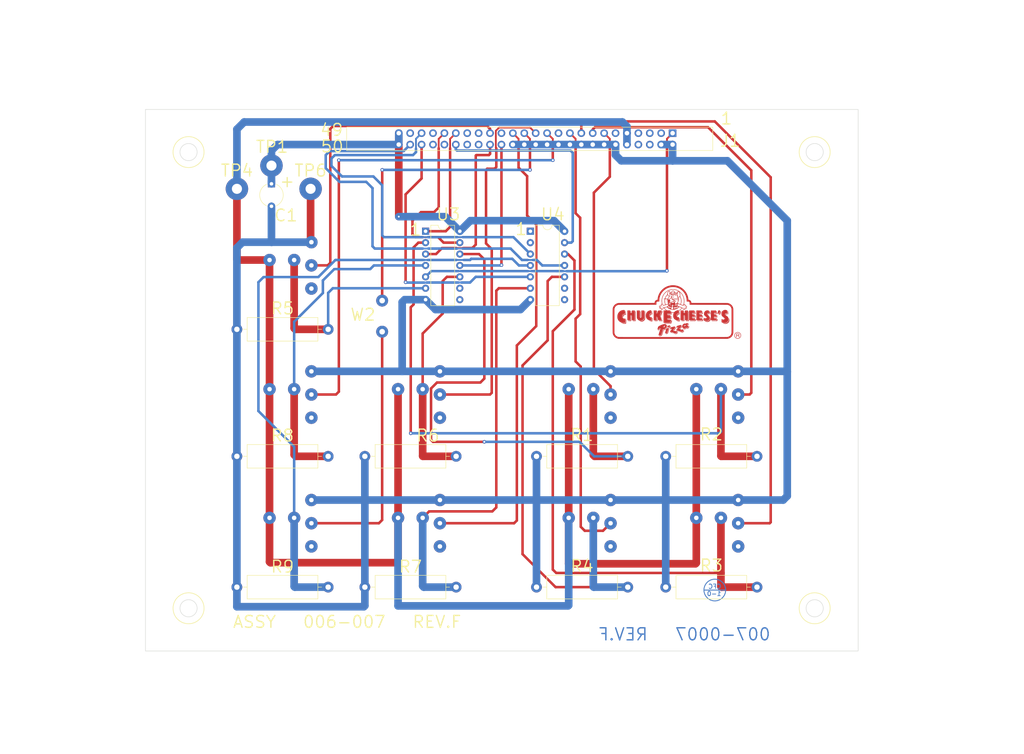
<source format=kicad_pcb>
(kicad_pcb (version 20221018) (generator pcbnew)
  (layers (0 "F.Cu" signal) (31 "B.Cu" signal) (34 "B.Paste" user) (35 "F.Paste" user) (36 "B.SilkS" user "B.Silkscreen") (37 "F.SilkS" user "F.Silkscreen") (38 "B.Mask" user) (39 "F.Mask" user) (44 "Edge.Cuts" user))
  (net 0 "")
  (net 1 "+5V")
  (net 2 "GND")
  (net 3 "Net-(J1-Pin_1)")
  (net 9 "+24V")
  (net 11 "S1")
  (net 12 "S2")
  (net 13 "S3")
  (net 14 "S4")
  (net 16 "S8")
  (net 17 "S6")
  (net 18 "Net-(J1-Pin_27)")
  (net 19 "S7")
  (net 21 "Net-(J1-Pin_32)")
  (net 22 "S5")
  (net 23 "Net-(J1-Pin_34)")
  (net 28 "Net-(J1-Pin_39)")
  (net 29 "Net-(J1-Pin_40)")
  (net 30 "Net-(J1-Pin_41)")
  (net 34 "Net-(J1-Pin_45)")
  (net 35 "Net-(J1-Pin_46)")
  (net 37 "Net-(J1-Pin_48)")
  (net 38 "I1")
  (net 39 "I2")
  (net 40 "I3")
  (net 41 "I4")
  (net 42 "I5")
  (net 43 "I6")
  (net 44 "I7")
  (net 45 "I8")
  (net 46 "I9")
  (net 55 "S9")
  (footprint "TestPoint:TestPoint_Plated_Hole_D3.0mm" (layer "F.Cu") (at 28.05 12.51)
    (fp_text reference "TP1")
    (fp_text value "5V")
  )
  (footprint "Resistor_THT:R_Axial_DIN0516_L15.5mm_D5.0mm_P20.32mm_Horizontal" (layer "F.Cu") (at 107.37 77.27 180)
    (fp_text reference "R1")
    (fp_text value "1K")
  )
  (footprint "Resistor_THT:R_Axial_DIN0516_L15.5mm_D5.0mm_P20.32mm_Horizontal" (layer "F.Cu") (at 136.14 77.27 180)
    (fp_text reference "R2")
    (fp_text value "1K")
  )
  (footprint "Resistor_THT:R_Axial_DIN0516_L15.5mm_D5.0mm_P20.32mm_Horizontal" (layer "F.Cu") (at 69.16 106.41 180)
    (fp_text reference "R7")
    (fp_text value "1K")
  )
  (footprint "Resistor_THT:R_Axial_DIN0516_L15.5mm_D5.0mm_P20.32mm_Horizontal" (layer "F.Cu") (at 69.16 77.27 180)
    (fp_text reference "R6")
    (fp_text value "1K")
  )
  (footprint "TestPoint:TestPoint_Plated_Hole_D3.0mm" (layer "F.Cu") (at 36.76 17.68)
    (fp_text reference "TP6")
    (fp_text value "GND")
  )
  (footprint "TestPoint:TestPoint_Plated_Hole_D3.0mm" (layer "F.Cu") (at 20.36 17.68)
    (fp_text reference "TP4")
    (fp_text value "24v")
  )
  (footprint "Resistor_THT:R_Axial_DIN0516_L15.5mm_D5.0mm_P20.32mm_Horizontal" (layer "F.Cu") (at 107.37 106.41 180)
    (fp_text reference "R4")
    (fp_text value "1K")
  )
  (footprint "Resistor_THT:R_Axial_DIN0516_L15.5mm_D5.0mm_P20.32mm_Horizontal" (layer "F.Cu") (at 40.67 106.41 180)
    (fp_text reference "R9")
    (fp_text value "1K")
  )
  (footprint "Resistor_THT:R_Axial_DIN0516_L15.5mm_D5.0mm_P20.32mm_Horizontal" (layer "F.Cu") (at 40.67 48.98 180)
    (fp_text reference "R5")
    (fp_text value "1K")
  )
  (footprint "Connector_PinHeader_2.54mm:PinHeader_1x02_P2.54mm_Vertical" (layer "F.Cu") (at 52.69 49.51 180)
    (fp_text reference "W2")
    (fp_text value "reset jumper")
  )
  (footprint "Capacitor_THT:CP_Radial_Tantal_D5.0mm_P5.00mm" (layer "F.Cu") (at 28.05 16.57 -90)
    (fp_text reference "C1")
    (fp_text value "4.7uF")
  )
  (footprint "Resistor_THT:R_Axial_DIN0516_L15.5mm_D5.0mm_P20.32mm_Horizontal" (layer "F.Cu") (at 40.67 77.27 180)
    (fp_text reference "R8")
    (fp_text value "1K")
  )
  (footprint "Resistor_THT:R_Axial_DIN0516_L15.5mm_D5.0mm_P20.32mm_Horizontal" (layer "F.Cu") (at 136.14 106.41 180)
    (fp_text reference "R3")
    (fp_text value "1K")
  )
  (footprint "Connector_PinHeader_2.54mm:PinHeader_2x25_P2.54mm_Vertical" (layer "F.Cu") (at 117.35 5.28 -90)
    (fp_text reference "J1")
    (fp_text value "Conn_02x25_Odd_Even")
  )
  (footprint "Package_DIP:DIP-14_W7.62mm" (layer "F.Cu") (at 62.36 27.13)
    (fp_text reference "U3")
    (fp_text value "7407")
  )
  (footprint "Evan's parts:cec pizza copper" (layer "F.Cu") (at 118.364 46.736)
    (fp_text reference "G***" hide)
    (fp_text value "LOGO" hide)
  )
  (footprint "Package_DIP:DIP-14_W7.62mm" (layer "F.Cu") (at 85.68 27.13)
    (fp_text reference "U4")
    (fp_text value "7407")
  )
  (footprint "Evan's parts:chuck e cheese microswitch" (layer "B.Cu") (at 36.94 87.01 180)
    (fp_text reference "SW9" hide)
    (fp_text value "~")
  )
  (footprint "Evan's parts:chuck e cheese microswitch" (layer "B.Cu") (at 65.55 87.01 180)
    (fp_text reference "SW7" hide)
    (fp_text value "~")
  )
  (footprint "Evan's parts:chuck e cheese microswitch" (layer "B.Cu") (at 103.54 87.01 180)
    (fp_text reference "SW4" hide)
    (fp_text value "~")
  )
  (footprint "Evan's parts:chuck e cheese microswitch" (layer "B.Cu") (at 131.95 58.34 180)
    (fp_text reference "SW2" hide)
    (fp_text value "~")
  )
  (footprint "Evan's parts:chuck e cheese microswitch" (layer "B.Cu") (at 65.55 58.34 180)
    (fp_text reference "SW6" hide)
    (fp_text value "~")
  )
  (footprint "Evan's parts:chuck e cheese microswitch" (layer "B.Cu") (at 131.95 87.01 180)
    (fp_text reference "SW3" hide)
    (fp_text value "~")
  )
  (footprint "Evan's parts:chuck e cheese microswitch" (layer "B.Cu") (at 103.54 58.34 180)
    (fp_text reference "SW1" hide)
    (fp_text value "~")
  )
  (footprint "Evan's parts:chuck e cheese microswitch" (layer "B.Cu") (at 36.94 29.57 180)
    (fp_text reference "SW5" hide)
    (fp_text value "~")
  )
  (footprint "Evan's parts:chuck e cheese microswitch" (layer "B.Cu") (at 36.94 58.34 180)
    (fp_text reference "SW8" hide)
    (fp_text value "~")
  )
  (gr_circle (center 126.749339 107.061) (end 124.336339 107.188) (stroke (width 0.2)) (fill none) (layer "B.Cu"))
  (gr_line (start 129.165678 107.061) (end 124.333 107.061) (stroke (width 0.2)) (layer "B.Cu"))
  (gr_circle (center 148.98 111.12) (end 152.43 111.12) (stroke (width 0.15)) (fill none) (layer "F.SilkS"))
  (gr_circle (center 9.59 9.5) (end 13.04 9.5) (stroke (width 0.15)) (fill none) (layer "F.SilkS"))
  (gr_circle (center 148.98 9.5) (end 152.43 9.5) (stroke (width 0.15)) (fill none) (layer "F.SilkS"))
  (gr_circle (center 9.59 111.12) (end 13.04 111.12) (stroke (width 0.15)) (fill none) (layer "F.SilkS"))
  (gr_circle (center 9.59 111.12) (end 11.5 111.12) (stroke (width 0.1)) (fill none) (layer "Edge.Cuts"))
  (gr_circle (center 9.59 9.5) (end 11.5 9.5) (stroke (width 0.1)) (fill none) (layer "Edge.Cuts"))
  (gr_rect (start 0 0) (end 158.66 120.64) (stroke (width 0.1)) (fill none) (layer "Edge.Cuts"))
  (gr_circle (center 148.98 9.5) (end 150.89 9.5) (stroke (width 0.1)) (fill none) (layer "Edge.Cuts"))
  (gr_circle (center 148.98 111.12) (end 150.89 111.12) (stroke (width 0.1)) (fill none) (layer "Edge.Cuts"))
  (gr_text "007-0007   REV.F" (at 139.319 118.491) (layer "B.Cu") (effects (font (size 2.68 2.68) (thickness 0.3)) (justify left bottom mirror)))
  (gr_text "CFC\n1-0" (at 128.27 108.458) (layer "B.Cu") (effects (font (size 1 1) (thickness 0.17) bold) (justify left bottom mirror)))
  (gr_text "+" (at 29.718 17.526) (layer "F.SilkS") (effects (font (size 2.64 2.64) (thickness 0.3)) (justify left bottom)))
  (gr_text "1" (at 58.674 28.321) (layer "F.SilkS") (effects (font (size 2.64 2.64) (thickness 0.3)) (justify left bottom)))
  (gr_text "49" (at 38.735 6.096) (layer "F.SilkS") (effects (font (size 2.64 2.64) (thickness 0.3)) (justify left bottom)))
  (gr_text "50" (at 38.862 9.779) (layer "F.SilkS") (effects (font (size 2.64 2.64) (thickness 0.3)) (justify left bottom)))
  (gr_text "1" (at 82.169 28.194) (layer "F.SilkS") (effects (font (size 2.64 2.64) (thickness 0.3)) (justify left bottom)))
  (gr_text "ASSY   006-007   REV.F" (at 19.304 115.697) (layer "F.SilkS") (effects (font (size 2.64 2.64) (thickness 0.3) bold) (justify left bottom)))
  (gr_text "1" (at 127.889 3.556) (layer "F.SilkS") (effects (font (size 2.64 2.64) (thickness 0.3)) (justify left bottom)))
  (segment (start 56.39 9.271) (end 56.39 23.874) (width 1.7) (layer "F.Cu") (net 1))
  (segment (start 56.39 7.82) (end 56.39 9.271) (width 1.7) (layer "F.Cu") (net 1))
  (segment (start 56.39 5.28) (end 56.39 9.271) (width 1.7) (layer "F.Cu") (net 1))
  (via (at 56.388 23.876) (size 0.8) (drill 0.4) (layers "F.Cu" "B.Cu") (net 1))
  (segment (start 29.391 7.82) (end 28.05 9.161) (width 1.7) (layer "B.Cu") (net 1))
  (segment (start 28.05 9.161) (end 28.05 12.51) (width 1.7) (layer "B.Cu") (net 1))
  (segment (start 90.935 24.765) (end 72.345 24.765) (width 1.7) (layer "B.Cu") (net 1))
  (segment (start 66.726 23.876) (end 56.388 23.876) (width 1.7) (layer "B.Cu") (net 1))
  (segment (start 69.98 27.13) (end 66.726 23.876) (width 1.7) (layer "B.Cu") (net 1))
  (segment (start 93.3 27.13) (end 90.935 24.765) (width 1.7) (layer "B.Cu") (net 1))
  (segment (start 56.39 7.82) (end 56.39 5.28) (width 1.7) (layer "B.Cu") (net 1))
  (segment (start 28.05 16.57) (end 28.05 12.51) (width 1.7) (layer "B.Cu") (net 1))
  (segment (start 72.345 24.765) (end 69.98 27.13) (width 1.7) (layer "B.Cu") (net 1))
  (segment (start 56.39 7.82) (end 29.391 7.82) (width 1.7) (layer "B.Cu") (net 1))
  (segment (start 36.76 29.39) (end 36.94 29.57) (width 1.7) (layer "F.Cu") (net 2))
  (segment (start 36.76 17.68) (end 36.76 29.39) (width 1.7) (layer "F.Cu") (net 2))
  (segment (start 117.35 7.82) (end 117.35 11.428) (width 1.7) (layer "B.Cu") (net 2))
  (segment (start 131.95 58.34) (end 142.795 58.34) (width 1.7) (layer "B.Cu") (net 2))
  (segment (start 48.84 77.27) (end 48.84 106.41) (width 1.7) (layer "B.Cu") (net 2))
  (segment (start 83.473 44.577) (end 64.567 44.577) (width 1.7) (layer "B.Cu") (net 2))
  (segment (start 97.03 7.82) (end 94.49 7.82) (width 1.7) (layer "B.Cu") (net 2))
  (segment (start 65.55 58.34) (end 57.15 58.34) (width 1.7) (layer "B.Cu") (net 2))
  (segment (start 62.36 42.37) (end 57.706 42.37) (width 1.7) (layer "B.Cu") (net 2))
  (segment (start 20.35 77.27) (end 20.35 106.41) (width 1.7) (layer "B.Cu") (net 2))
  (segment (start 87.05 77.27) (end 87.05 106.41) (width 1.7) (layer "B.Cu") (net 2))
  (segment (start 104.65 10.162) (end 104.65 7.82) (width 1.7) (layer "B.Cu") (net 2))
  (segment (start 57.15 58.34) (end 36.94 58.34) (width 1.7) (layer "B.Cu") (net 2))
  (segment (start 28.067 29.57) (end 21.611 29.57) (width 1.7) (layer "B.Cu") (net 2))
  (segment (start 65.55 87.01) (end 36.94 87.01) (width 1.7) (layer "B.Cu") (net 2))
  (segment (start 142.875 24.765) (end 142.875 58.42) (width 1.7) (layer "B.Cu") (net 2))
  (segment (start 102.11 7.82) (end 99.57 7.82) (width 1.7) (layer "B.Cu") (net 2))
  (segment (start 94.49 7.82) (end 91.95 7.82) (width 1.7) (layer "B.Cu") (net 2))
  (segment (start 57.706 42.37) (end 57.15 42.926) (width 1.7) (layer "B.Cu") (net 2))
  (segment (start 20.35 106.41) (end 20.35 110.774) (width 1.7) (layer "B.Cu") (net 2))
  (segment (start 141.971 87.01) (end 131.95 87.01) (width 1.7) (layer "B.Cu") (net 2))
  (segment (start 103.54 58.34) (end 65.55 58.34) (width 1.7) (layer "B.Cu") (net 2))
  (segment (start 129.54 11.43) (end 142.875 24.765) (width 1.7) (layer "B.Cu") (net 2))
  (segment (start 115.82 77.27) (end 115.82 106.41) (width 1.7) (layer "B.Cu") (net 2))
  (segment (start 99.57 7.82) (end 97.03 7.82) (width 1.7) (layer "B.Cu") (net 2))
  (segment (start 20.35 110.774) (end 48.611 110.774) (width 1.7) (layer "B.Cu") (net 2))
  (segment (start 117.35 11.428) (end 117.348 11.43) (width 1.7) (layer "B.Cu") (net 2))
  (segment (start 36.94 29.57) (end 28.067 29.57) (width 1.7) (layer "B.Cu") (net 2))
  (segment (start 91.95 7.82) (end 89.41 7.82) (width 1.7) (layer "B.Cu") (net 2))
  (segment (start 142.875 58.42) (end 142.875 86.106) (width 1.7) (layer "B.Cu") (net 2))
  (segment (start 117.348 11.43) (end 129.54 11.43) (width 1.7) (layer "B.Cu") (net 2))
  (segment (start 117.35 7.82) (end 114.81 7.82) (width 1.7) (layer "B.Cu") (net 2))
  (segment (start 142.875 86.106) (end 141.971 87.01) (width 1.7) (layer "B.Cu") (net 2))
  (segment (start 48.611 110.774) (end 48.84 110.545) (width 1.7) (layer "B.Cu") (net 2))
  (segment (start 105.918 11.43) (end 104.65 10.162) (width 1.7) (layer "B.Cu") (net 2))
  (segment (start 48.84 110.545) (end 48.84 106.41) (width 1.7) (layer "B.Cu") (net 2))
  (segment (start 20.35 77.27) (end 20.35 48.98) (width 1.7) (layer "B.Cu") (net 2))
  (segment (start 85.68 42.37) (end 83.473 44.577) (width 1.7) (layer "B.Cu") (net 2))
  (segment (start 131.95 58.34) (end 103.54 58.34) (width 1.7) (layer "B.Cu") (net 2))
  (segment (start 131.95 87.01) (end 103.54 87.01) (width 1.7) (layer "B.Cu") (net 2))
  (segment (start 21.611 29.57) (end 20.35 30.831) (width 1.7) (layer "B.Cu") (net 2))
  (segment (start 20.35 30.831) (end 20.35 48.98) (width 1.7) (layer "B.Cu") (net 2))
  (segment (start 103.54 87.01) (end 65.55 87.01) (width 1.7) (layer "B.Cu") (net 2))
  (segment (start 28.05 21.57) (end 28.05 29.553) (width 1.7) (layer "B.Cu") (net 2))
  (segment (start 89.41 7.82) (end 86.87 7.82) (width 1.7) (layer "B.Cu") (net 2))
  (segment (start 104.65 7.82) (end 102.11 7.82) (width 1.7) (layer "B.Cu") (net 2))
  (segment (start 142.795 58.34) (end 142.875 58.42) (width 1.7) (layer "B.Cu") (net 2))
  (segment (start 28.05 29.553) (end 28.067 29.57) (width 1.7) (layer "B.Cu") (net 2))
  (segment (start 57.15 42.926) (end 57.15 58.34) (width 1.7) (layer "B.Cu") (net 2))
  (segment (start 86.87 7.82) (end 84.33 7.82) (width 1.7) (layer "B.Cu") (net 2))
  (segment (start 84.33 7.82) (end 81.79 7.82) (width 1.7) (layer "B.Cu") (net 2))
  (segment (start 117.348 11.43) (end 105.918 11.43) (width 1.7) (layer "B.Cu") (net 2))
  (segment (start 64.567 44.577) (end 62.36 42.37) (width 1.7) (layer "B.Cu") (net 2))
  (segment (start 116.1 8.404) (end 116.1 8.531) (width 0.4) (layer "F.Cu") (net 3))
  (segment (start 116.1 6.53) (end 116.1 8.404) (width 0.4) (layer "F.Cu") (net 3))
  (segment (start 116.1 8.531) (end 116.1 35.919) (width 0.56) (layer "F.Cu") (net 3))
  (segment (start 116.1 35.919) (end 116.078 35.941) (width 0.56) (layer "F.Cu") (net 3))
  (segment (start 117.35 5.28) (end 116.1 6.53) (width 0.4) (layer "F.Cu") (net 3))
  (via (at 116.078 35.941) (size 0.8) (drill 0.4) (layers "F.Cu" "B.Cu") (net 3))
  (segment (start 92.964 36.03) (end 93.726 36.03) (width 0.4) (layer "B.Cu") (net 3))
  (segment (start 92.075 36.01) (end 91.44 36.01) (width 0.56) (layer "B.Cu") (net 3))
  (segment (start 70.231 36.01) (end 85.148 36.01) (width 0.56) (layer "B.Cu") (net 3))
  (segment (start 69.654 36.01) (end 63.64 36.01) (width 0.56) (layer "B.Cu") (net 3))
  (segment (start 93.726 36.03) (end 94.018 36.03) (width 0.4) (layer "B.Cu") (net 3))
  (segment (start 70.231 36.01) (end 69.654 36.01) (width 0.4) (layer "B.Cu") (net 3))
  (segment (start 93.726 36.03) (end 115.989 36.03) (width 0.56) (layer "B.Cu") (net 3))
  (segment (start 85.979 36.01) (end 85.148 36.01) (width 0.4) (layer "B.Cu") (net 3))
  (segment (start 115.989 36.03) (end 116.078 35.941) (width 0.56) (layer "B.Cu") (net 3))
  (segment (start 91.44 36.01) (end 92.944 36.01) (width 0.56) (layer "B.Cu") (net 3))
  (segment (start 63.64 36.01) (end 62.36 37.29) (width 0.56) (layer "B.Cu") (net 3))
  (segment (start 91.44 36.01) (end 85.979 36.01) (width 0.56) (layer "B.Cu") (net 3))
  (segment (start 122.63 101.017) (end 122.63 90.98) (width 1.7) (layer "F.Cu") (net 9))
  (segment (start 27.62 100.772) (end 27.813 100.965) (width 1.7) (layer "F.Cu") (net 9))
  (segment (start 94.22 101.205) (end 122.442 101.205) (width 1.7) (layer "F.Cu") (net 9))
  (segment (start 122.63 62.31) (end 122.63 90.98) (width 1.7) (layer "F.Cu") (net 9))
  (segment (start 27.813 100.965) (end 56.261 100.965) (width 1.7) (layer "F.Cu") (net 9))
  (segment (start 20.36 33.314) (end 20.36 17.68) (width 1.7) (layer "F.Cu") (net 9))
  (segment (start 94.22 62.31) (end 94.22 90.98) (width 1.7) (layer "F.Cu") (net 9))
  (segment (start 56.261 100.965) (end 56.23 100.934) (width 1.7) (layer "F.Cu") (net 9))
  (segment (start 20.586 33.54) (end 20.36 33.314) (width 1.7) (layer "F.Cu") (net 9))
  (segment (start 122.442 101.205) (end 122.63 101.017) (width 1.7) (layer "F.Cu") (net 9))
  (segment (start 27.62 62.31) (end 27.62 90.98) (width 1.7) (layer "F.Cu") (net 9))
  (segment (start 56.23 90.98) (end 56.23 62.31) (width 1.7) (layer "F.Cu") (net 9))
  (segment (start 27.62 33.54) (end 27.62 62.31) (width 1.7) (layer "F.Cu") (net 9))
  (segment (start 56.23 100.934) (end 56.23 90.98) (width 1.7) (layer "F.Cu") (net 9))
  (segment (start 27.62 33.54) (end 20.586 33.54) (width 1.7) (layer "F.Cu") (net 9))
  (segment (start 27.62 90.98) (end 27.62 100.772) (width 1.7) (layer "F.Cu") (net 9))
  (segment (start 94.22 90.98) (end 94.22 101.205) (width 1.7) (layer "F.Cu") (net 9))
  (segment (start 21.971 2.794) (end 20.36 4.405) (width 1.7) (layer "B.Cu") (net 9))
  (segment (start 106.172 2.794) (end 21.971 2.794) (width 1.7) (layer "B.Cu") (net 9))
  (segment (start 107.19 7.82) (end 107.19 5.28) (width 1.7) (layer "B.Cu") (net 9))
  (segment (start 107.19 3.812) (end 106.172 2.794) (width 1.7) (layer "B.Cu") (net 9))
  (segment (start 56.23 90.98) (end 56.23 110.586) (width 1.7) (layer "B.Cu") (net 9))
  (segment (start 107.19 5.28) (end 107.19 3.812) (width 1.7) (layer "B.Cu") (net 9))
  (segment (start 20.36 4.405) (end 20.36 17.68) (width 1.7) (layer "B.Cu") (net 9))
  (segment (start 94.076 110.586) (end 94.22 110.442) (width 1.7) (layer "B.Cu") (net 9))
  (segment (start 56.23 110.586) (end 94.076 110.586) (width 1.7) (layer "B.Cu") (net 9))
  (segment (start 94.22 110.442) (end 94.22 90.98) (width 1.7) (layer "B.Cu") (net 9))
  (segment (start 103.378 6.548) (end 102.11 5.28) (width 0.4) (layer "F.Cu") (net 11))
  (segment (start 99.822 57.912) (end 99.822 18.542) (width 0.56) (layer "F.Cu") (net 11))
  (segment (start 99.822 18.542) (end 103.378 14.986) (width 0.56) (layer "F.Cu") (net 11))
  (segment (start 103.54 61.63) (end 99.822 57.912) (width 0.56) (layer "F.Cu") (net 11))
  (segment (start 103.54 63.505) (end 103.54 61.63) (width 0.56) (layer "F.Cu") (net 11))
  (segment (start 103.378 8.636) (end 103.378 6.548) (width 0.4) (layer "F.Cu") (net 11))
  (segment (start 103.378 14.986) (end 103.378 8.636) (width 0.56) (layer "F.Cu") (net 11))
  (segment (start 131.95 63.505) (end 134.493 63.505) (width 0.56) (layer "F.Cu") (net 12))
  (segment (start 134.874 63.119) (end 134.874 13.589) (width 0.56) (layer "F.Cu") (net 12))
  (segment (start 134.493 63.505) (end 134.493 63.5) (width 0.56) (layer "F.Cu") (net 12))
  (segment (start 99.57 4.443) (end 99.57 5.28) (width 0.56) (layer "F.Cu") (net 12))
  (segment (start 100.063 3.95) (end 99.57 4.443) (width 0.56) (layer "F.Cu") (net 12))
  (segment (start 134.874 13.589) (end 125.235 3.95) (width 0.56) (layer "F.Cu") (net 12))
  (segment (start 134.493 63.5) (end 134.874 63.119) (width 0.56) (layer "F.Cu") (net 12))
  (segment (start 125.235 3.95) (end 100.063 3.95) (width 0.56) (layer "F.Cu") (net 12))
  (segment (start 97.03 3.046) (end 97.03 5.28) (width 0.56) (layer "F.Cu") (net 13))
  (segment (start 139.192 15.113) (end 126.746 2.667) (width 0.56) (layer "F.Cu") (net 13))
  (segment (start 97.409 2.667) (end 97.03 3.046) (width 0.56) (layer "F.Cu") (net 13))
  (segment (start 139.192 91.948) (end 139.192 15.113) (width 0.56) (layer "F.Cu") (net 13))
  (segment (start 131.95 92.175) (end 138.965 92.175) (width 0.56) (layer "F.Cu") (net 13))
  (segment (start 126.746 2.667) (end 97.409 2.667) (width 0.56) (layer "F.Cu") (net 13))
  (segment (start 138.965 92.175) (end 139.192 91.948) (width 0.56) (layer "F.Cu") (net 13))
  (segment (start 96.901 57.277) (end 96.901 92.964) (width 0.56) (layer "F.Cu") (net 14))
  (segment (start 96.901 92.964) (end 97.79 93.853) (width 0.56) (layer "F.Cu") (net 14))
  (segment (start 96.774 45.593) (end 95.758 46.609) (width 0.56) (layer "F.Cu") (net 14))
  (segment (start 95.758 6.548) (end 94.49 5.28) (width 0.4) (layer "F.Cu") (net 14))
  (segment (start 96.774 24.13) (end 96.774 45.593) (width 0.56) (layer "F.Cu") (net 14))
  (segment (start 95.758 8.255) (end 95.758 6.548) (width 0.4) (layer "F.Cu") (net 14))
  (segment (start 97.79 93.853) (end 101.862 93.853) (width 0.56) (layer "F.Cu") (net 14))
  (segment (start 95.758 46.609) (end 95.758 56.134) (width 0.56) (layer "F.Cu") (net 14))
  (segment (start 95.758 56.134) (end 96.901 57.277) (width 0.56) (layer "F.Cu") (net 14))
  (segment (start 95.758 23.114) (end 96.774 24.13) (width 0.56) (layer "F.Cu") (net 14))
  (segment (start 95.758 8.255) (end 95.758 23.114) (width 0.56) (layer "F.Cu") (net 14))
  (segment (start 101.862 93.853) (end 103.54 92.175) (width 0.56) (layer "F.Cu") (net 14))
  (segment (start 90.678 6.548) (end 89.41 5.28) (width 0.4) (layer "F.Cu") (net 16))
  (segment (start 90.678 8.432905) (end 90.678 6.548) (width 0.4) (layer "F.Cu") (net 16))
  (segment (start 42.413 63.505) (end 43.053 62.865) (width 0.56) (layer "F.Cu") (net 16))
  (segment (start 43.053 62.865) (end 43.053 11.303) (width 0.56) (layer "F.Cu") (net 16))
  (segment (start 90.678 8.432905) (end 90.678 11.303) (width 0.56) (layer "F.Cu") (net 16))
  (segment (start 36.94 63.505) (end 42.413 63.505) (width 0.56) (layer "F.Cu") (net 16))
  (via (at 43.053 11.303) (size 0.8) (drill 0.4) (layers "F.Cu" "B.Cu") (net 16))
  (via (at 90.678 11.303) (size 0.8) (drill 0.4) (layers "F.Cu" "B.Cu") (net 16))
  (segment (start 43.053 11.303) (end 90.678 11.303) (width 0.56) (layer "B.Cu") (net 16))
  (segment (start 75.819 29.845) (end 75.819 13.462) (width 0.56) (layer "F.Cu") (net 17))
  (segment (start 78.105 8.636) (end 78 8.531) (width 0.4) (layer "F.Cu") (net 17))
  (segment (start 78.732233 4.03) (end 85.62 4.03) (width 0.4) (layer "F.Cu") (net 17))
  (segment (start 75.819 13.462) (end 76.073 13.208) (width 0.56) (layer "F.Cu") (net 17))
  (segment (start 85.62 4.03) (end 86.87 5.28) (width 0.4) (layer "F.Cu") (net 17))
  (segment (start 78 8.531) (end 78 4.762233) (width 0.4) (layer "F.Cu") (net 17))
  (segment (start 65.55 63.505) (end 76.703 63.505) (width 0.56) (layer "F.Cu") (net 17))
  (segment (start 76.703 63.505) (end 77.089 63.119) (width 0.56) (layer "F.Cu") (net 17))
  (segment (start 77.724 13.208) (end 78.105 12.827) (width 0.56) (layer "F.Cu") (net 17))
  (segment (start 78.105 12.827) (end 78.105 8.636) (width 0.56) (layer "F.Cu") (net 17))
  (segment (start 77.089 31.115) (end 75.819 29.845) (width 0.56) (layer "F.Cu") (net 17))
  (segment (start 76.073 13.208) (end 77.724 13.208) (width 0.56) (layer "F.Cu") (net 17))
  (segment (start 77.089 63.119) (end 77.089 31.115) (width 0.56) (layer "F.Cu") (net 17))
  (segment (start 78 4.762233) (end 78.732233 4.03) (width 0.4) (layer "F.Cu") (net 17))
  (segment (start 52.705 13.462) (end 52.69 13.477) (width 0.56) (layer "F.Cu") (net 18))
  (segment (start 85.598 8.432905) (end 85.598 6.548) (width 0.4) (layer "F.Cu") (net 18))
  (segment (start 52.69 42.58) (end 52.705 13.462) (width 0.56) (layer "F.Cu") (net 18))
  (segment (start 85.598 6.548) (end 84.33 5.28) (width 0.4) (layer "F.Cu") (net 18))
  (segment (start 85.598 13.462) (end 85.598 8.432905) (width 0.56) (layer "F.Cu") (net 18))
  (via (at 52.705 13.462) (size 0.8) (drill 0.4) (layers "F.Cu" "B.Cu") (net 18))
  (via (at 85.598 13.462) (size 0.8) (drill 0.4) (layers "F.Cu" "B.Cu") (net 18))
  (segment (start 52.705 13.462) (end 85.598 13.462) (width 0.56) (layer "B.Cu") (net 18))
  (segment (start 82.677 52.578) (end 82.677 91.567) (width 0.56) (layer "F.Cu") (net 19))
  (segment (start 84.963 14.859) (end 84.963 23.622) (width 0.56) (layer "F.Cu") (net 19))
  (segment (start 83.058 12.954) (end 84.963 14.859) (width 0.56) (layer "F.Cu") (net 19))
  (segment (start 83.058 6.548) (end 81.79 5.28) (width 0.4) (layer "F.Cu") (net 19))
  (segment (start 86.995 25.654) (end 86.995 48.26) (width 0.56) (layer "F.Cu") (net 19))
  (segment (start 83.058 8.255) (end 83.058 12.954) (width 0.56) (layer "F.Cu") (net 19))
  (segment (start 82.069 92.175) (end 65.55 92.175) (width 0.56) (layer "F.Cu") (net 19))
  (segment (start 86.995 48.26) (end 82.677 52.578) (width 0.56) (layer "F.Cu") (net 19))
  (segment (start 82.677 91.567) (end 82.069 92.175) (width 0.56) (layer "F.Cu") (net 19))
  (segment (start 83.058 8.255) (end 83.058 6.548) (width 0.4) (layer "F.Cu") (net 19))
  (segment (start 84.963 23.622) (end 86.995 25.654) (width 0.56) (layer "F.Cu") (net 19))
  (segment (start 79.25 7.82) (end 79.248 34.671) (width 0.56) (layer "F.Cu") (net 21))
  (segment (start 79.248 34.671) (end 79.25 34.669) (width 0.56) (layer "F.Cu") (net 21))
  (via (at 79.248 34.671) (size 0.8) (drill 0.4) (layers "F.Cu" "B.Cu") (net 21))
  (segment (start 79.248 34.671) (end 79.169 34.75) (width 0.56) (layer "B.Cu") (net 21))
  (segment (start 79.169 34.75) (end 69.98 34.75) (width 0.56) (layer "B.Cu") (net 21))
  (segment (start 41.148 34.163) (end 41.148 4.318) (width 0.56) (layer "F.Cu") (net 22))
  (segment (start 76.073 3.683) (end 76.71 4.32) (width 0.56) (layer "F.Cu") (net 22))
  (segment (start 40.576 34.735) (end 41.148 34.163) (width 0.56) (layer "F.Cu") (net 22))
  (segment (start 76.71 4.32) (end 76.71 5.28) (width 0.56) (layer "F.Cu") (net 22))
  (segment (start 36.94 34.735) (end 40.576 34.735) (width 0.56) (layer "F.Cu") (net 22))
  (segment (start 41.148 4.318) (end 41.783 3.683) (width 0.56) (layer "F.Cu") (net 22))
  (segment (start 41.783 3.683) (end 76.073 3.683) (width 0.56) (layer "F.Cu") (net 22))
  (segment (start 64.691 32.21) (end 62.36 32.21) (width 0.56) (layer "F.Cu") (net 23))
  (segment (start 66.031 30.87) (end 64.691 32.21) (width 0.56) (layer "F.Cu") (net 23))
  (segment (start 70.739 30.861) (end 70.73 30.87) (width 0.4) (layer "F.Cu") (net 23))
  (segment (start 70.739 30.861) (end 72.771 30.861) (width 0.56) (layer "F.Cu") (net 23))
  (segment (start 70.73 30.87) (end 69.224 30.87) (width 0.4) (layer "F.Cu") (net 23))
  (segment (start 69.224 30.87) (end 66.031 30.87) (width 0.56) (layer "F.Cu") (net 23))
  (segment (start 73.533 10.287) (end 73.66 10.16) (width 0.56) (layer "F.Cu") (net 23))
  (segment (start 73.533 30.099) (end 73.533 10.287) (width 0.56) (layer "F.Cu") (net 23))
  (segment (start 73.66 10.16) (end 76.454 10.16) (width 0.56) (layer "F.Cu") (net 23))
  (segment (start 72.771 30.861) (end 73.533 30.099) (width 0.56) (layer "F.Cu") (net 23))
  (segment (start 76.454 10.16) (end 76.71 9.904) (width 0.56) (layer "F.Cu") (net 23))
  (segment (start 76.71 9.904) (end 76.71 7.82) (width 0.56) (layer "F.Cu") (net 23))
  (segment (start 67.818 26.162) (end 67.818 8.636) (width 0.56) (layer "F.Cu") (net 28))
  (segment (start 62.36 27.13) (end 66.85 27.13) (width 0.56) (layer "F.Cu") (net 28))
  (segment (start 67.818 8.636) (end 67.818 6.552) (width 0.4) (layer "F.Cu") (net 28))
  (segment (start 66.85 27.13) (end 67.818 26.162) (width 0.56) (layer "F.Cu") (net 28))
  (segment (start 67.818 6.552) (end 69.09 5.28) (width 0.4) (layer "F.Cu") (net 28))
  (segment (start 69.09 8.888) (end 69.088 8.89) (width 0.56) (layer "B.Cu") (net 29))
  (segment (start 69.09 7.82) (end 69.09 8.888) (width 0.56) (layer "B.Cu") (net 29))
  (segment (start 95.123 29.337) (end 94.79 29.67) (width 0.56) (layer "B.Cu") (net 29))
  (segment (start 94.621 9.15) (end 95.123 9.652) (width 0.56) (layer "B.Cu") (net 29))
  (segment (start 94.79 29.67) (end 93.3 29.67) (width 0.56) (layer "B.Cu") (net 29))
  (segment (start 95.123 9.652) (end 95.123 29.337) (width 0.56) (layer "B.Cu") (net 29))
  (segment (start 69.348 9.15) (end 94.621 9.15) (width 0.56) (layer "B.Cu") (net 29))
  (segment (start 69.088 8.89) (end 69.348 9.15) (width 0.56) (layer "B.Cu") (net 29))
  (segment (start 65.151 28.448) (end 63.119 28.448) (width 0.56) (layer "F.Cu") (net 30))
  (segment (start 60.071 28.448) (end 59.436 27.813) (width 0.56) (layer "F.Cu") (net 30))
  (segment (start 61.722 28.448) (end 60.071 28.448) (width 0.56) (layer "F.Cu") (net 30))
  (segment (start 65.278 8.763) (end 65.278 8.636) (width 0.56) (layer "F.Cu") (net 30))
  (segment (start 66.373 29.67) (end 65.151 28.448) (width 0.56) (layer "F.Cu") (net 30))
  (segment (start 69.98 29.67) (end 66.373 29.67) (width 0.56) (layer "F.Cu") (net 30))
  (segment (start 61.341 22.86) (end 64.262 22.86) (width 0.56) (layer "F.Cu") (net 30))
  (segment (start 59.436 24.765) (end 61.341 22.86) (width 0.56) (layer "F.Cu") (net 30))
  (segment (start 65.278 6.552) (end 66.55 5.28) (width 0.4) (layer "F.Cu") (net 30))
  (segment (start 63.119 28.448) (end 61.722 28.448) (width 0.4) (layer "F.Cu") (net 30))
  (segment (start 65.278 21.844) (end 65.278 8.763) (width 0.56) (layer "F.Cu") (net 30))
  (segment (start 59.436 27.813) (end 59.436 24.765) (width 0.56) (layer "F.Cu") (net 30))
  (segment (start 65.278 8.763) (end 65.278 6.552) (width 0.4) (layer "F.Cu") (net 30))
  (segment (start 64.262 22.86) (end 65.278 21.844) (width 0.56) (layer "F.Cu") (net 30))
  (segment (start 62.865 28.448) (end 61.722 28.448) (width 0.4) (layer "B.Cu") (net 34))
  (segment (start 41.402 12.573) (end 43.7515 14.9225) (width 0.56) (layer "B.Cu") (net 34))
  (segment (start 41.402 10.922) (end 41.402 12.573) (width 0.56) (layer "B.Cu") (net 34))
  (segment (start 43.7515 14.9225) (end 50.7365 14.9225) (width 0.56) (layer "B.Cu") (net 34))
  (segment (start 60.22 9.503) (end 59.563 10.16) (width 0.56) (layer "B.Cu") (net 34))
  (segment (start 70.612 28.448) (end 69.469 28.448) (width 0.4) (layer "B.Cu") (net 34))
  (segment (start 60.22 8.741) (end 60.22 9.503) (width 0.56) (layer "B.Cu") (net 34))
  (segment (start 50.7365 14.9225) (end 52.705 16.891) (width 0.56) (layer "B.Cu") (net 34))
  (segment (start 60.22 8.741) (end 60.22 6.53) (width 0.4) (layer "B.Cu") (net 34))
  (segment (start 52.705 28.067) (end 53.086 28.448) (width 0.56) (layer "B.Cu") (net 34))
  (segment (start 81.918 28.448) (end 70.612 28.448) (width 0.56) (layer "B.Cu") (net 34))
  (segment (start 60.22 6.53) (end 61.47 5.28) (width 0.4) (layer "B.Cu") (net 34))
  (segment (start 85.68 32.21) (end 81.918 28.448) (width 0.56) (layer "B.Cu") (net 34))
  (segment (start 53.086 28.448) (end 61.722 28.448) (width 0.56) (layer "B.Cu") (net 34))
  (segment (start 52.705 16.891) (end 52.705 28.067) (width 0.56) (layer "B.Cu") (net 34))
  (segment (start 59.563 10.16) (end 42.164 10.16) (width 0.56) (layer "B.Cu") (net 34))
  (segment (start 42.164 10.16) (end 41.402 10.922) (width 0.56) (layer "B.Cu") (net 34))
  (segment (start 69.469 28.448) (end 62.865 28.448) (width 0.56) (layer "B.Cu") (net 34))
  (segment (start 61.47 7.82) (end 61.47 15.365) (width 0.56) (layer "F.Cu") (net 35))
  (segment (start 57.912 18.923) (end 57.912 38.481) (width 0.56) (layer "F.Cu") (net 35))
  (segment (start 61.47 15.365) (end 57.912 18.923) (width 0.56) (layer "F.Cu") (net 35))
  (via (at 57.912 38.481) (size 0.8) (drill 0.4) (layers "F.Cu" "B.Cu") (net 35))
  (segment (start 69.723 38.55) (end 70.3 38.55) (width 0.4) (layer "B.Cu") (net 35))
  (segment (start 58.001 38.57) (end 62.103 38.57) (width 0.56) (layer "B.Cu") (net 35))
  (segment (start 62.611 38.57) (end 62.631 38.55) (width 0.56) (layer "B.Cu") (net 35))
  (segment (start 62.611 38.57) (end 62.954 38.57) (width 0.4) (layer "B.Cu") (net 35))
  (segment (start 62.103 38.57) (end 62.611 38.57) (width 0.4) (layer "B.Cu") (net 35))
  (segment (start 73.523 37.29) (end 72.263 38.55) (width 0.56) (layer "B.Cu") (net 35))
  (segment (start 72.263 38.55) (end 70.3 38.55) (width 0.56) (layer "B.Cu") (net 35))
  (segment (start 57.912 38.481) (end 58.001 38.57) (width 0.56) (layer "B.Cu") (net 35))
  (segment (start 62.631 38.55) (end 69.723 38.55) (width 0.56) (layer "B.Cu") (net 35))
  (segment (start 85.68 37.29) (end 73.523 37.29) (width 0.56) (layer "B.Cu") (net 35))
  (segment (start 61.722 30.988) (end 51.054 30.988) (width 0.56) (layer "B.Cu") (net 37))
  (segment (start 86.233 33.528) (end 87.122 33.528) (width 0.56) (layer "B.Cu") (net 37))
  (segment (start 83.82 33.528) (end 81.28 30.988) (width 0.56) (layer "B.Cu") (net 37))
  (segment (start 70.612 30.988) (end 69.342 30.988) (width 0.4) (layer "B.Cu") (net 37))
  (segment (start 81.28 30.988) (end 70.612 30.988) (width 0.56) (layer "B.Cu") (net 37))
  (segment (start 41.021 9.271) (end 57.479 9.271) (width 0.56) (layer "B.Cu") (net 37))
  (segment (start 40.132 13.081) (end 40.132 10.16) (width 0.56) (layer "B.Cu") (net 37))
  (segment (start 86.233 33.528) (end 85.09 33.528) (width 0.4) (layer "B.Cu") (net 37))
  (segment (start 43.18 16.129) (end 40.132 13.081) (width 0.56) (layer "B.Cu") (net 37))
  (segment (start 57.479 9.271) (end 58.93 7.82) (width 0.56) (layer "B.Cu") (net 37))
  (segment (start 50.546 30.48) (end 50.546 17.526) (width 0.56) (layer "B.Cu") (net 37))
  (segment (start 69.342 30.988) (end 62.992 30.988) (width 0.56) (layer "B.Cu") (net 37))
  (segment (start 85.09 33.528) (end 83.82 33.528) (width 0.56) (layer "B.Cu") (net 37))
  (segment (start 40.132 10.16) (end 41.021 9.271) (width 0.56) (layer "B.Cu") (net 37))
  (segment (start 87.122 33.528) (end 88.344 34.75) (width 0.56) (layer "B.Cu") (net 37))
  (segment (start 62.992 30.988) (end 61.722 30.988) (width 0.4) (layer "B.Cu") (net 37))
  (segment (start 49.149 16.129) (end 43.18 16.129) (width 0.56) (layer "B.Cu") (net 37))
  (segment (start 50.546 17.526) (end 49.149 16.129) (width 0.56) (layer "B.Cu") (net 37))
  (segment (start 88.344 34.75) (end 93.3 34.75) (width 0.56) (layer "B.Cu") (net 37))
  (segment (start 51.054 30.988) (end 50.546 30.48) (width 0.56) (layer "B.Cu") (net 37))
  (segment (start 74.247 32.21) (end 75.438 33.401) (width 0.56) (layer "F.Cu") (net 38))
  (segment (start 63.575 62.155) (end 63.575 73.608) (width 0.56) (layer "F.Cu") (net 38))
  (segment (start 74.549 60.833) (end 64.897 60.833) (width 0.56) (layer "F.Cu") (net 38))
  (segment (start 100.003 77.27) (end 107.37 77.27) (width 1.7) (layer "F.Cu") (net 38))
  (segment (start 63.575 73.608) (end 64.008 74.041) (width 0.56) (layer "F.Cu") (net 38))
  (segment (start 64.897 60.833) (end 63.575 62.155) (width 0.56) (layer "F.Cu") (net 38))
  (segment (start 69.98 32.21) (end 74.247 32.21) (width 0.56) (layer "F.Cu") (net 38))
  (segment (start 99.7 76.967) (end 100.003 77.27) (width 1.7) (layer "F.Cu") (net 38))
  (segment (start 64.008 74.041) (end 75.438 74.041) (width 0.56) (layer "F.Cu") (net 38))
  (segment (start 75.438 33.401) (end 75.438 59.944) (width 0.56) (layer "F.Cu") (net 38))
  (segment (start 99.7 62.31) (end 99.7 76.967) (width 1.7) (layer "F.Cu") (net 38))
  (segment (start 75.438 59.944) (end 74.549 60.833) (width 0.56) (layer "F.Cu") (net 38))
  (via (at 75.438 74.041) (size 0.8) (drill 0.4) (layers "F.Cu" "B.Cu") (net 38))
  (segment (start 75.438 74.041) (end 96.647 74.041) (width 0.56) (layer "B.Cu") (net 38))
  (segment (start 96.647 74.041) (end 99.876 77.27) (width 0.56) (layer "B.Cu") (net 38))
  (segment (start 99.876 77.27) (end 107.37 77.27) (width 0.56) (layer "B.Cu") (net 38))
  (segment (start 128.11 62.31) (end 128.11 77.183) (width 1.7) (layer "F.Cu") (net 39))
  (segment (start 59.055 44.069) (end 59.055 72.136) (width 0.56) (layer "F.Cu") (net 39))
  (segment (start 128.197 77.27) (end 136.14 77.27) (width 1.7) (layer "F.Cu") (net 39))
  (segment (start 60.754 29.67) (end 59.69 30.734) (width 0.56) (layer "F.Cu") (net 39))
  (segment (start 128.11 77.183) (end 128.197 77.27) (width 1.7) (layer "F.Cu") (net 39))
  (segment (start 59.69 30.734) (end 59.69 43.434) (width 0.56) (layer "F.Cu") (net 39))
  (segment (start 62.36 29.67) (end 60.754 29.67) (width 0.56) (layer "F.Cu") (net 39))
  (segment (start 59.69 43.434) (end 59.055 44.069) (width 0.56) (layer "F.Cu") (net 39))
  (via (at 59.055 72.136) (size 0.8) (drill 0.4) (layers "F.Cu" "B.Cu") (net 39))
  (segment (start 128.11 71.788) (end 128.11 62.31) (width 0.56) (layer "B.Cu") (net 39))
  (segment (start 127.762 72.136) (end 128.11 71.788) (width 0.56) (layer "B.Cu") (net 39))
  (segment (start 59.055 72.136) (end 127.762 72.136) (width 0.56) (layer "B.Cu") (net 39))
  (segment (start 128.11 103.251) (end 128.11 106.266) (width 1.7) (layer "F.Cu") (net 40))
  (segment (start 95.504 44.577) (end 90.678 49.403) (width 0.56) (layer "F.Cu") (net 40))
  (segment (start 91.44 103.251) (end 128.11 103.251) (width 0.56) (layer "F.Cu") (net 40))
  (segment (start 128.254 106.41) (end 136.14 106.41) (width 1.7) (layer "F.Cu") (net 40))
  (segment (start 94.059 32.21) (end 95.504 33.655) (width 0.56) (layer "F.Cu") (net 40))
  (segment (start 93.3 32.21) (end 94.059 32.21) (width 0.56) (layer "F.Cu") (net 40))
  (segment (start 128.11 106.266) (end 128.254 106.41) (width 1.7) (layer "F.Cu") (net 40))
  (segment (start 95.504 33.655) (end 95.504 44.577) (width 0.56) (layer "F.Cu") (net 40))
  (segment (start 90.678 102.489) (end 91.44 103.251) (width 0.56) (layer "F.Cu") (net 40))
  (segment (start 90.678 49.403) (end 90.678 102.489) (width 0.56) (layer "F.Cu") (net 40))
  (segment (start 128.11 90.98) (end 128.11 103.251) (width 1.7) (layer "F.Cu") (net 40))
  (segment (start 90.472 37.29) (end 93.3 37.29) (width 0.56) (layer "F.Cu") (net 41))
  (segment (start 89.535 51.435) (end 89.535 38.227) (width 0.56) (layer "F.Cu") (net 41))
  (segment (start 83.947 57.023) (end 89.535 51.435) (width 0.56) (layer "F.Cu") (net 41))
  (segment (start 89.535 38.227) (end 90.472 37.29) (width 0.56) (layer "F.Cu") (net 41))
  (segment (start 91.297 106.41) (end 83.947 99.06) (width 0.56) (layer "F.Cu") (net 41))
  (segment (start 107.37 106.41) (end 91.297 106.41) (width 0.56) (layer "F.Cu") (net 41))
  (segment (start 83.947 99.06) (end 83.947 57.023) (width 0.56) (layer "F.Cu") (net 41))
  (segment (start 99.7 106.304) (end 99.7 90.98) (width 1.7) (layer "B.Cu") (net 41))
  (segment (start 107.37 106.41) (end 99.806 106.41) (width 1.7) (layer "B.Cu") (net 41))
  (segment (start 99.806 106.41) (end 99.7 106.304) (width 1.7) (layer "B.Cu") (net 41))
  (segment (start 33.1 48.721) (end 33.359 48.98) (width 1.7) (layer "F.Cu") (net 42))
  (segment (start 33.1 33.54) (end 33.1 48.721) (width 1.7) (layer "F.Cu") (net 42))
  (segment (start 33.359 48.98) (end 40.67 48.98) (width 1.7) (layer "F.Cu") (net 42))
  (segment (start 62.36 39.83) (end 41.704 39.83) (width 0.56) (layer "B.Cu") (net 42))
  (segment (start 41.704 39.83) (end 40.67 40.864) (width 0.56) (layer "B.Cu") (net 42))
  (segment (start 40.67 40.864) (end 40.67 48.98) (width 0.56) (layer "B.Cu") (net 42))
  (segment (start 61.71 62.31) (end 61.71 49.923) (width 0.56) (layer "F.Cu") (net 43))
  (segment (start 67.104 37.29) (end 69.98 37.29) (width 0.56) (layer "F.Cu") (net 43))
  (segment (start 66.167 45.466) (end 66.167 38.227) (width 0.56) (layer "F.Cu") (net 43))
  (segment (start 66.167 38.227) (end 67.104 37.29) (width 0.56) (layer "F.Cu") (net 43))
  (segment (start 61.71 62.31) (end 61.71 77.204) (width 1.7) (layer "F.Cu") (net 43))
  (segment (start 61.71 77.204) (end 61.776 77.27) (width 1.7) (layer "F.Cu") (net 43))
  (segment (start 61.71 49.923) (end 66.167 45.466) (width 0.56) (layer "F.Cu") (net 43))
  (segment (start 61.776 77.27) (end 69.16 77.27) (width 1.7) (layer "F.Cu") (net 43))
  (segment (start 63.155 89.535) (end 77.216 89.535) (width 0.56) (layer "F.Cu") (net 44))
  (segment (start 78.105 40.386) (end 78.661 39.83) (width 0.56) (layer "F.Cu") (net 44))
  (segment (start 78.105 88.646) (end 78.105 40.386) (width 0.56) (layer "F.Cu") (net 44))
  (segment (start 61.71 90.98) (end 63.155 89.535) (width 0.56) (layer "F.Cu") (net 44))
  (segment (start 78.661 39.83) (end 85.68 39.83) (width 0.56) (layer "F.Cu") (net 44))
  (segment (start 77.216 89.535) (end 78.105 88.646) (width 0.56) (layer "F.Cu") (net 44))
  (segment (start 69.16 106.41) (end 61.96 106.41) (width 1.7) (layer "B.Cu") (net 44))
  (segment (start 61.71 106.16) (end 61.71 90.98) (width 1.7) (layer "B.Cu") (net 44))
  (segment (start 61.96 106.41) (end 61.71 106.16) (width 1.7) (layer "B.Cu") (net 44))
  (segment (start 33.1 62.31) (end 33.1 76.915) (width 1.7) (layer "F.Cu") (net 45))
  (segment (start 33.1 76.915) (end 33.455 77.27) (width 1.7) (layer "F.Cu") (net 45))
  (segment (start 33.455 77.27) (end 40.67 77.27) (width 1.7) (layer "F.Cu") (net 45))
  (segment (start 50.848 34.75) (end 50.038 35.56) (width 0.56) (layer "B.Cu") (net 45))
  (segment (start 50.038 35.56) (end 42.037 35.56) (width 0.56) (layer "B.Cu") (net 45))
  (segment (start 33.1 47.291) (end 33.1 62.31) (width 0.56) (layer "B.Cu") (net 45))
  (segment (start 39.497 38.1) (end 39.497 40.894) (width 0.56) (layer "B.Cu") (net 45))
  (segment (start 39.497 40.894) (end 33.1 47.291) (width 0.56) (layer "B.Cu") (net 45))
  (segment (start 62.36 34.75) (end 50.848 34.75) (width 0.56) (layer "B.Cu") (net 45))
  (segment (start 42.037 35.56) (end 39.497 38.1) (width 0.56) (layer "B.Cu") (net 45))
  (segment (start 33.1 106.252) (end 33.1 90.98) (width 1.7) (layer "B.Cu") (net 46))
  (segment (start 61.976 33.528) (end 62.865 33.528) (width 0.4) (layer "B.Cu") (net 46))
  (segment (start 72.263 33.528) (end 72.517 33.274) (width 0.56) (layer "B.Cu") (net 46))
  (segment (start 33.1 90.98) (end 33.1 75.137) (width 0.56) (layer "B.Cu") (net 46))
  (segment (start 40.67 106.41) (end 33.258 106.41) (width 1.7) (layer "B.Cu") (net 46))
  (segment (start 25.146 67.183) (end 25.146 38.481) (width 0.56) (layer "B.Cu") (net 46))
  (segment (start 72.517 33.274) (end 81.661 33.274) (width 0.56) (layer "B.Cu") (net 46))
  (segment (start 70.866 33.528) (end 72.263 33.528) (width 0.56) (layer "B.Cu") (net 46))
  (segment (start 33.1 75.137) (end 25.146 67.183) (width 0.56) (layer "B.Cu") (net 46))
  (segment (start 38.481 37.338) (end 42.291 33.528) (width 0.56) (layer "B.Cu") (net 46))
  (segment (start 83.137 34.75) (end 85.68 34.75) (width 0.56) (layer "B.Cu") (net 46))
  (segment (start 69.215 33.528) (end 70.866 33.528) (width 0.4) (layer "B.Cu") (net 46))
  (segment (start 33.258 106.41) (end 33.1 106.252) (width 1.7) (layer "B.Cu") (net 46))
  (segment (start 26.289 37.338) (end 38.481 37.338) (width 0.56) (layer "B.Cu") (net 46))
  (segment (start 81.661 33.274) (end 83.137 34.75) (width 0.56) (layer "B.Cu") (net 46))
  (segment (start 62.865 33.528) (end 69.215 33.528) (width 0.56) (layer "B.Cu") (net 46))
  (segment (start 25.146 38.481) (end 26.289 37.338) (width 0.56) (layer "B.Cu") (net 46))
  (segment (start 42.291 33.528) (end 61.976 33.528) (width 0.56) (layer "B.Cu") (net 46))
  (segment (start 51.97 92.175) (end 52.69 91.455) (width 0.56) (layer "F.Cu") (net 55))
  (segment (start 52.69 91.455) (end 52.69 49.51) (width 0.56) (layer "F.Cu") (net 55))
  (segment (start 36.94 92.175) (end 51.97 92.175) (width 0.56) (layer "F.Cu") (net 55))
)
</source>
